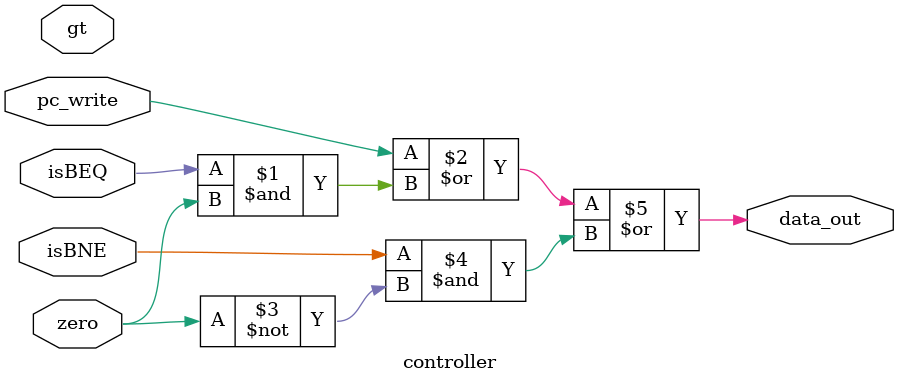
<source format=v>
module controller (

       input  wire gt,
       input  wire zero,
       input  wire pc_write,
       input  wire isBEQ,
       input  wire isBNE,

       output wire data_out

);
    assign data_out = (pc_write) | (isBEQ & zero) | (isBNE & ~zero);

endmodule
</source>
